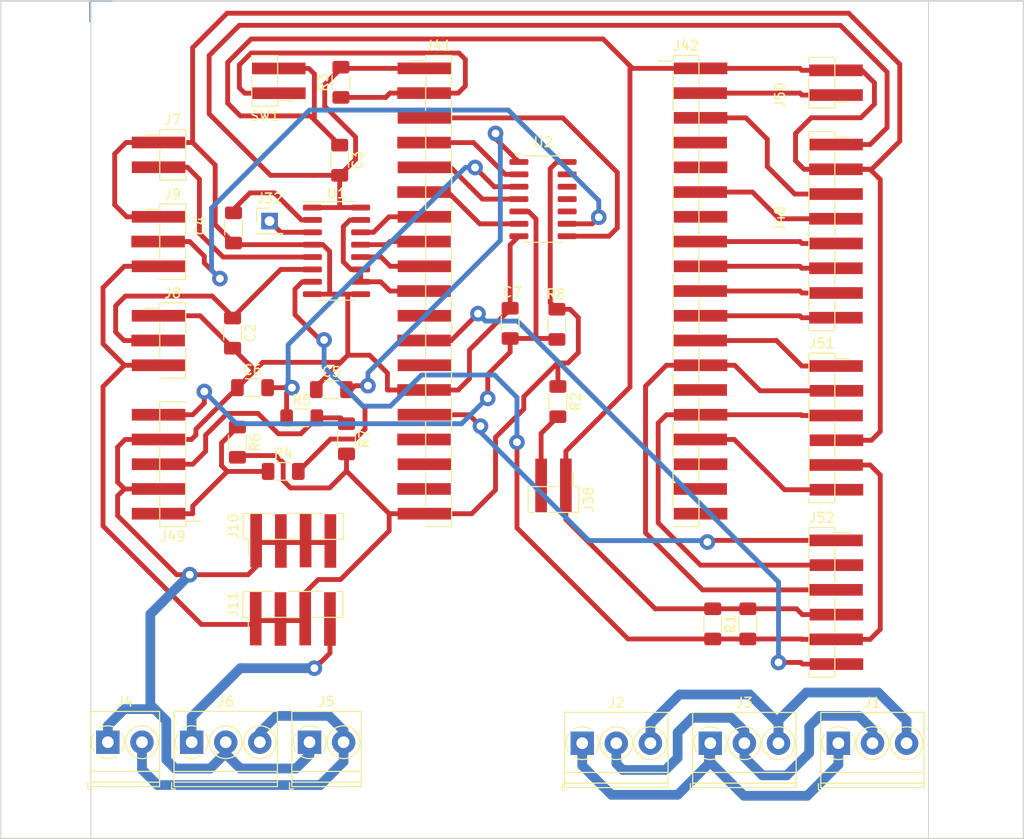
<source format=kicad_pcb>
(kicad_pcb (version 20240108) (generator "pcbnew") (generator_version "8.0")
  (layers (0 "F.Cu" signal) (31 "B.Cu" signal) (34 "B.Paste" user) (35 "F.Paste" user) (36 "B.SilkS" user "B.Silkscreen") (37 "F.SilkS" user "F.Silkscreen") (38 "B.Mask" user) (39 "F.Mask" user) (44 "Edge.Cuts" user))
  (net 0 "")
  (net 1 "+5V")
  (net 2 "+3.3V")
  (net 3 "/wp_ctrl_lcd/IO12")
  (net 4 "/wp_ctrl_lcd/IO9")
  (net 5 "Net-(C5-Pad2)")
  (net 6 "/wp_ctrl_lcd/IO11")
  (net 7 "/wp_ctrl_lcd/IO36")
  (net 8 "/wp_ctrl_lcd/IO39")
  (net 9 "/wp_ctrl_lcd/IO34")
  (net 10 "/wp_ctrl_lcd/IO35")
  (net 11 "/wp_ctrl_lcd/IO32")
  (net 12 "/wp_ctrl_lcd/IO33")
  (net 13 "/wp_ctrl_lcd/IO25")
  (net 14 "/wp_ctrl_lcd/IO26")
  (net 15 "/wp_ctrl_lcd/IO27")
  (net 16 "/wp_ctrl_lcd/IO23")
  (net 17 "/wp_ctrl_lcd/CSL")
  (net 18 "/wp_ctrl_lcd/IO21")
  (net 19 "/wp_ctrl_lcd/EN_DV0")
  (net 20 "/wp_ctrl_lcd/EN_DV1")
  (net 21 "/wp_ctrl_lcd/IO5")
  (net 22 "/wp_ctrl_lcd/DCL")
  (net 23 "/wp_ctrl_lcd/IO2")
  (net 24 "/wp_ctrl_lcd/BLEDL")
  (net 25 "/wp_ctrl_lcd/EN_DV2")
  (net 26 "Net-(U1-CREF)")
  (net 27 "GND")
  (net 28 "/wp_ctrl_lcd/IO18")
  (net 29 "Net-(J4-Pin_2)")
  (net 30 "/wp_ctrl_lcd/EN_DV3")
  (net 31 "Net-(C6-Pad2)")
  (net 32 "/wp_ctrl_lcd/IO10")
  (net 33 "/wp_ctrl_lcd/IO4")
  (net 34 "Net-(J9-Pin_2)")
  (net 35 "/wp_ctrl_lcd/AC")
  (net 36 "/wp_ctrl_lcd/EARTH")
  (net 37 "/wp_ctrl_lcd/ACL")
  (net 38 "Net-(J51-Pin_5)")
  (net 39 "Net-(J8-Pin_2)")
  (net 40 "Net-(J49-Pin_5)")
  (net 41 "Net-(J11-Pin_4)")
  (net 42 "Net-(J7-Pin_2)")
  (net 43 "Net-(J32-Pin_1)")
  (net 44 "Net-(J38-Pin_2)")
  (net 45 "Net-(J41-Pin_2)")
  (net 53 "Net-(J49-Pin_3)")
  (net 54 "Net-(J49-Pin_1)")
  (footprint "Resistor_SMD:R_1206_3216Metric_Pad1.30x1.75mm_HandSolder" (layer "F.Cu") (at 171.8 59.1 90)
    (property "Reference" "R8")
    (property "Value" "10k")
  )
  (footprint "Library:PinHeader_1x02_P2.54mm_Vertical_SMD_Pin2Left" (layer "F.Cu") (at 199.005 34.29 180)
    (property "Reference" "J50")
    (property "Value" "PUMP_ON/OFF")
  )
  (footprint "Library:PinHeader_1x19_P2.54mm_Vertical_SMD_Pin2Left" (layer "F.Cu") (at 159.655 55.68)
    (property "Reference" "J41")
    (property "Value" "ESP32-1")
  )
  (footprint "Resistor_SMD:R_1206_3216Metric_Pad1.30x1.75mm_HandSolder" (layer "F.Cu") (at 139 71.2 -90)
    (property "Reference" "R6")
    (property "Value" "10k")
  )
  (footprint "Library:PinHeader_1x06_P2.54mm_Vertical_SMD_Pin2Right" (layer "F.Cu") (at 199.005 87.63)
    (property "Reference" "J52")
    (property "Value" "L298/2")
  )
  (footprint "Library:PinHeader_1x05_P2.54mm_Vertical_SMD_Pin2Right" (layer "F.Cu") (at 132.355 73.46 180)
    (property "Reference" "J49")
    (property "Value" "rotary_encoder")
  )
  (footprint "Library:PinHeader_1x03_P2.54mm_Vertical_SMD_Pin2Left" (layer "F.Cu") (at 132.355 50.6)
    (property "Reference" "J9")
    (property "Value" "flow_m")
  )
  (footprint "Resistor_SMD:R_1206_3216Metric_Pad1.30x1.75mm_HandSolder" (layer "F.Cu") (at 140.55 65.6)
    (property "Reference" "C6")
    (property "Value" "10n")
  )
  (footprint "Library:PinHeader_1x06_P2.54mm_Vertical_SMD_Pin2Right" (layer "F.Cu") (at 199.005 69.73)
    (property "Reference" "J51")
    (property "Value" "L298/1")
  )
  (footprint "TerminalBlock_Phoenix:TerminalBlock_Phoenix_PT-1,5-2-3.5-H_1x02_P3.50mm_Horizontal" (layer "F.Cu") (at 146.4 102)
    (property "Reference" "J5")
    (property "Value" "12VL298/2")
  )
  (footprint "Resistor_SMD:R_1206_3216Metric_Pad1.30x1.75mm_HandSolder" (layer "F.Cu") (at 150.2 70.85 -90)
    (property "Reference" "R7")
    (property "Value" "10k")
  )
  (footprint "Resistor_SMD:R_1206_3216Metric_Pad1.30x1.75mm_HandSolder" (layer "F.Cu") (at 138.6 49.2 90)
    (property "Reference" "C4")
    (property "Value" "100nF")
  )
  (footprint "TerminalBlock_Phoenix:TerminalBlock_Phoenix_PT-1,5-3-3.5-H_1x03_P3.50mm_Horizontal" (layer "F.Cu") (at 174.4 102.1)
    (property "Reference" "J2")
    (property "Value" "220V Adapt")
  )
  (footprint "Library:PinHeader_1x02_P2.54mm_Vertical_SMD_Pin2Left" (layer "F.Cu") (at 141.8 34.1 180)
    (property "Reference" "SW1")
    (property "Value" "reset")
  )
  (footprint "Library:PinHeader_1x02_P2.54mm_Vertical_SMD_Pin2Left" (layer "F.Cu") (at 132.355 41.7)
    (property "Reference" "J7")
    (property "Value" "ACS712")
  )
  (footprint "Library:PinHeader_1x08_P2.54mm_Vertical_SMD_Pin2Right" (layer "F.Cu") (at 199.005 49.53)
    (property "Reference" "J48")
    (property "Value" "LCD panel")
  )
  (footprint "Resistor_SMD:R_1206_3216Metric_Pad1.30x1.75mm_HandSolder" (layer "F.Cu") (at 148.65 65.8)
    (property "Reference" "C5")
    (property "Value" "10n")
  )
  (footprint "Resistor_SMD:R_1206_3216Metric_Pad1.30x1.75mm_HandSolder" (layer "F.Cu") (at 171.9 67.03 -90)
    (property "Reference" "R2")
    (property "Value" "1k")
  )
  (footprint "Package_SO:SO-14_3.9x8.65mm_P1.27mm" (layer "F.Cu") (at 170.375 46.24)
    (property "Reference" "U2")
    (property "Value" "74HC14")
  )
  (footprint "Resistor_SMD:R_1206_3216Metric_Pad1.30x1.75mm_HandSolder" (layer "F.Cu") (at 138.5 60 -90)
    (property "Reference" "C2")
    (property "Value" "100nF")
  )
  (footprint "Library:PinHeader_1x04_P2.54mm_Vertical_SMD_Pin2Left" (layer "F.Cu") (at 144.69 87.855 90)
    (property "Reference" "J11")
    (property "Value" "ext_5V")
  )
  (footprint "Library:PinHeader_1x03_P2.54mm_Vertical_SMD_Pin2Left" (layer "F.Cu") (at 132.355 60.76)
    (property "Reference" "J8")
    (property "Value" "p_sensor")
  )
  (footprint "Resistor_SMD:R_1206_3216Metric_Pad1.30x1.75mm_HandSolder" (layer "F.Cu") (at 145.6 68.7)
    (property "Reference" "R5")
    (property "Value" "10k")
  )
  (footprint "Resistor_SMD:R_1206_3216Metric_Pad1.30x1.75mm_HandSolder" (layer "F.Cu") (at 167 59 -90)
    (property "Reference" "C7")
    (property "Value" "100n")
  )
  (footprint "Resistor_SMD:R_1206_3216Metric_Pad1.30x1.75mm_HandSolder" (layer "F.Cu") (at 149.627 34.25 90)
    (property "Reference" "R3")
    (property "Value" "10k")
  )
  (footprint "Resistor_SMD:R_1206_3216Metric_Pad1.30x1.75mm_HandSolder" (layer "F.Cu") (at 143.7 74.2)
    (property "Reference" "R4")
    (property "Value" "10k")
  )
  (footprint "Library:PinHeader_1x19_P2.54mm_Vertical_SMD_Pin2RIGHT" (layer "F.Cu") (at 185.055 55.68)
    (property "Reference" "J42")
    (property "Value" "ESP32-2")
  )
  (footprint "TerminalBlock_Phoenix:TerminalBlock_Phoenix_PT-1,5-3-3.5-H_1x03_P3.50mm_Horizontal" (layer "F.Cu") (at 134.3 102)
    (property "Reference" "J6")
    (property "Value" "12VL298/1")
  )
  (footprint "Resistor_SMD:R_1206_3216Metric_Pad1.30x1.75mm_HandSolder" (layer "F.Cu") (at 191.4 89.85 90)
    (property "Reference" "C1")
    (property "Value" "100nF")
  )
  (footprint "Package_SO:SOIC-16_3.9x9.9mm_P1.27mm" (layer "F.Cu") (at 149.175 51.555)
    (property "Reference" "U1")
    (property "Value" "AD7811YRZ")
  )
  (footprint "Connector_PinHeader_2.54mm:PinHeader_1x01_P2.54mm_Vertical" (layer "F.Cu") (at 142.3 48.5)
    (property "Reference" "J32")
    (property "Value" "Vin1")
  )
  (footprint "TerminalBlock_Phoenix:TerminalBlock_Phoenix_PT-1,5-3-3.5-H_1x03_P3.50mm_Horizontal" (layer "F.Cu") (at 200.7 102.1)
    (property "Reference" "J1")
    (property "Value" "220V Line")
  )
  (footprint "Resistor_SMD:R_1206_3216Metric_Pad1.30x1.75mm_HandSolder" (layer "F.Cu") (at 187.8 89.85 -90)
    (property "Reference" "R1")
    (property "Value" "2")
  )
  (footprint "TerminalBlock_Phoenix:TerminalBlock_Phoenix_PT-1,5-2-3.5-H_1x02_P3.50mm_Horizontal" (layer "F.Cu") (at 125.7 102)
    (property "Reference" "J4")
    (property "Value" "12VAdapt")
  )
  (footprint "TerminalBlock_Phoenix:TerminalBlock_Phoenix_PT-1,5-3-3.5-H_1x03_P3.50mm_Horizontal" (layer "F.Cu") (at 187.55 102.1)
    (property "Reference" "J3")
    (property "Value" "220V Socket")
  )
  (footprint "Library:PinHeader_1x04_P2.54mm_Vertical_SMD_Pin2Left" (layer "F.Cu") (at 144.73 79.845 90)
    (property "Reference" "J10")
    (property "Value" "GND")
  )
  (footprint "Resistor_SMD:R_1206_3216Metric_Pad1.30x1.75mm_HandSolder" (layer "F.Cu") (at 149.5 42.25 -90)
    (property "Reference" "C3")
    (property "Value" "100nF")
  )
  (footprint "Library:PinHeader_1x02_P2.54mm_Vertical_SMD_Pin2Left" (layer "F.Cu") (at 171.45 77.085 -90)
    (property "Reference" "J38")
    (property "Value" "LED")
  )
  (gr_line (start 123.9 25.9) (end 123.9 26.9) (stroke (width 0.2)) (layer "F.Cu"))
  (gr_line (start 123.9 25.9) (end 125 25.9) (stroke (width 0.2)) (layer "F.Cu"))
  (gr_line (start 123.9 25.9) (end 126.1 25.9) (stroke (width 0.2)) (layer "B.Cu"))
  (gr_line (start 123.9 28) (end 123.9 25.9) (stroke (width 0.2)) (layer "B.Cu"))
  (gr_rect (start 114.7 25.9) (end 219.7 111.9) (stroke (width 0.15)) (fill none) (layer "Edge.Cuts"))
  (gr_rect (start 123.952 25.908) (end 209.952 111.908) (stroke (width 0.1)) (fill none) (layer "Edge.Cuts"))
  (segment (start 140.88 89.51) (end 145.96 89.51) (width 0.5) (layer "F.Cu") (net 1))
  (segment (start 139 72.75) (end 139.1777 72.5723) (width 0.5) (layer "F.Cu") (net 1))
  (segment (start 127.3983 53.14) (end 130.7 53.14) (width 0.5) (layer "F.Cu") (net 1))
  (segment (start 130.7 63.3) (end 127.3983 63.3) (width 0.5) (layer "F.Cu") (net 1))
  (segment (start 143.7 75.1344) (end 144.4595 75.8939) (width 0.5) (layer "F.Cu") (net 1))
  (segment (start 171.868858 63.065) (end 172.935 63.065) (width 0.5) (layer "F.Cu") (net 1))
  (segment (start 158 78.54) (end 163.06 78.54) (width 0.5) (layer "F.Cu") (net 1))
  (segment (start 172.85 42.43) (end 171.7962 42.43) (width 0.5) (layer "F.Cu") (net 1))
  (segment (start 171.7962 42.43) (end 171.1162 43.11) (width 0.5) (layer "F.Cu") (net 1))
  (segment (start 171.1162 56.8662) (end 171.8 57.55) (width 0.5) (layer "F.Cu") (net 1))
  (segment (start 127.3983 63.3) (end 125.202 65.4963) (width 0.5) (layer "F.Cu") (net 1))
  (segment (start 125.202 55.3363) (end 127.3983 53.14) (width 0.5) (layer "F.Cu") (net 1))
  (segment (start 154.5783 80.3049) (end 149.5832 85.3) (width 0.5) (layer "F.Cu") (net 1))
  (segment (start 148.4678 75.8939) (end 150.2 74.1617) (width 0.5) (layer "F.Cu") (net 1))
  (segment (start 171.9 63.096142) (end 171.868858 63.065) (width 0.5) (layer "F.Cu") (net 1))
  (segment (start 171.9 65.48) (end 171.9 63.096142) (width 0.5) (layer "F.Cu") (net 1))
  (segment (start 154.6983 78.54) (end 154.5783 78.54) (width 0.5) (layer "F.Cu") (net 1))
  (segment (start 125.202 65.4963) (end 125.202 79.802) (width 0.5) (layer "F.Cu") (net 1))
  (segment (start 171.1162 43.11) (end 171.1162 56.8662) (width 0.5) (layer "F.Cu") (net 1))
  (segment (start 174 62) (end 174 58.4) (width 0.5) (layer "F.Cu") (net 1))
  (segment (start 174 58.4) (end 173.15 57.55) (width 0.5) (layer "F.Cu") (net 1))
  (segment (start 154.5783 78.54) (end 154.5783 80.3049) (width 0.5) (layer "F.Cu") (net 1))
  (segment (start 143.7 73.3042) (end 143.7 75.1344) (width 0.5) (layer "F.Cu") (net 1))
  (segment (start 143.42 91.2387) (end 143.42 91.1008) (width 0.5) (layer "F.Cu") (net 1))
  (segment (start 149.5832 85.3) (end 147.3 85.3) (width 0.5) (layer "F.Cu") (net 1))
  (segment (start 142.9681 72.5723) (end 143.7 73.3042) (width 0.5) (layer "F.Cu") (net 1))
  (segment (start 165.5 70.7) (end 168.4 67.8) (width 0.5) (layer "F.Cu") (net 1))
  (segment (start 127.3983 63.3) (end 125.202 61.1037) (width 0.5) (layer "F.Cu") (net 1))
  (segment (start 163.06 78.54) (end 165.5 76.1) (width 0.5) (layer "F.Cu") (net 1))
  (segment (start 140.88 89.51) (end 140.88 89.9078) (width 0.5) (layer "F.Cu") (net 1))
  (segment (start 172.935 63.065) (end 174 62) (width 0.5) (layer "F.Cu") (net 1))
  (segment (start 165.5 76.1) (end 165.5 70.7) (width 0.5) (layer "F.Cu") (net 1))
  (segment (start 143.42 89.35) (end 143.42 91.1008) (width 0.5) (layer "F.Cu") (net 1))
  (segment (start 150.2 74.1617) (end 154.5783 78.54) (width 0.5) (layer "F.Cu") (net 1))
  (segment (start 147.3 85.3) (end 145.96 86.64) (width 0.5) (layer "F.Cu") (net 1))
  (segment (start 168.4 66.533858) (end 171.868858 63.065) (width 0.5) (layer "F.Cu") (net 1))
  (segment (start 158 78.54) (end 154.6983 78.54) (width 0.5) (layer "F.Cu") (net 1))
  (segment (start 125.202 79.802) (end 135.3078 89.9078) (width 0.5) (layer "F.Cu") (net 1))
  (segment (start 168.4 67.8) (end 168.4 66.533858) (width 0.5) (layer "F.Cu") (net 1))
  (segment (start 125.202 61.1037) (end 125.202 55.3363) (width 0.5) (layer "F.Cu") (net 1))
  (segment (start 139.1777 72.5723) (end 142.9681 72.5723) (width 0.5) (layer "F.Cu") (net 1))
  (segment (start 140.88 91.1608) (end 140.88 89.9078) (width 0.5) (layer "F.Cu") (net 1))
  (segment (start 145.96 86.64) (end 145.96 89.51) (width 0.5) (layer "F.Cu") (net 1))
  (segment (start 144.4595 75.8939) (end 148.4678 75.8939) (width 0.5) (layer "F.Cu") (net 1))
  (segment (start 135.3078 89.9078) (end 140.88 89.9078) (width 0.5) (layer "F.Cu") (net 1))
  (segment (start 150.2 72.4) (end 150.2 74.1617) (width 0.5) (layer "F.Cu") (net 1))
  (segment (start 173.15 57.55) (end 171.8 57.55) (width 0.5) (layer "F.Cu") (net 1))
  (segment (start 151.65 47.11) (end 149.5 47.11) (width 0.5) (layer "F.Cu") (net 2))
  (segment (start 205.7 33.2) (end 205.7 38.9017) (width 0.5) (layer "F.Cu") (net 2))
  (segment (start 146.7 47.11) (end 151.65 47.11) (width 0.5) (layer "F.Cu") (net 2))
  (segment (start 142.4 43.8) (end 136.1 37.5) (width 0.5) (layer "F.Cu") (net 2))
  (segment (start 139.2 28.4) (end 200.9 28.4) (width 0.5) (layer "F.Cu") (net 2))
  (segment (start 151.1313 39.8821) (end 151.1313 42.1687) (width 0.5) (layer "F.Cu") (net 2))
  (segment (start 149.627 32.82) (end 147.9628 34.4842) (width 0.5) (layer "F.Cu") (net 2))
  (segment (start 158 32.82) (end 154.6983 32.82) (width 0.5) (layer "F.Cu") (net 2))
  (segment (start 147.9628 36.7136) (end 151.1313 39.8821) (width 0.5) (layer "F.Cu") (net 2))
  (segment (start 203.9617 40.64) (end 200.66 40.64) (width 0.5) (layer "F.Cu") (net 2))
  (segment (start 149.5 47.11) (end 149.5 43.8) (width 0.5) (layer "F.Cu") (net 2))
  (segment (start 205.7 38.9017) (end 203.9617 40.64) (width 0.5) (layer "F.Cu") (net 2))
  (segment (start 136.1 31.5) (end 139.2 28.4) (width 0.5) (layer "F.Cu") (net 2))
  (segment (start 149.627 32.82) (end 154.6983 32.82) (width 0.5) (layer "F.Cu") (net 2))
  (segment (start 151.1313 42.1687) (end 149.5 43.8) (width 0.5) (layer "F.Cu") (net 2))
  (segment (start 136.1 37.5) (end 136.1 31.5) (width 0.5) (layer "F.Cu") (net 2))
  (segment (start 149.627 32.82) (end 149.627 32.7) (width 0.5) (layer "F.Cu") (net 2))
  (segment (start 149.5 43.8) (end 146.7 43.8) (width 0.5) (layer "F.Cu") (net 2))
  (segment (start 147.9628 34.4842) (end 147.9628 36.7136) (width 0.5) (layer "F.Cu") (net 2))
  (segment (start 146.7 43.8) (end 142.4 43.8) (width 0.5) (layer "F.Cu") (net 2))
  (segment (start 200.9 28.4) (end 205.7 33.2) (width 0.5) (layer "F.Cu") (net 2))
  (segment (start 151.0804 65.4) (end 150.645 65.8354) (width 0.5) (layer "F.Cu") (net 5))
  (segment (start 165.5 39.5) (end 165.5 40.03) (width 0.5) (layer "F.Cu") (net 5))
  (segment (start 150.645 65.8354) (end 150.2354 65.8354) (width 0.5) (layer "F.Cu") (net 5))
  (segment (start 152.1 67.7) (end 150.2 65.8) (width 0.5) (layer "F.Cu") (net 5))
  (segment (start 152.1 69.8605) (end 152.1 67.7) (width 0.5) (layer "F.Cu") (net 5))
  (segment (start 150.2354 65.8354) (end 150.2 65.8) (width 0.5) (layer "F.Cu") (net 5))
  (segment (start 148.5738 70.8762) (end 151.0843 70.8762) (width 0.5) (layer "F.Cu") (net 5))
  (segment (start 145.25 74.2) (end 148.5738 70.8762) (width 0.5) (layer "F.Cu") (net 5))
  (segment (start 165.5 40.03) (end 167.9 42.43) (width 0.5) (layer "F.Cu") (net 5))
  (segment (start 152.4 65.4) (end 151.0804 65.4) (width 0.5) (layer "F.Cu") (net 5))
  (segment (start 151.0843 70.8762) (end 152.1 69.8605) (width 0.5) (layer "F.Cu") (net 5))
  (via (at 152.4 65.4) (size 1.6) (drill 0.8) (layers "F.Cu" "B.Cu") (net 5))
  (via (at 165.5 39.5) (size 1.6) (drill 0.8) (layers "F.Cu" "B.Cu") (net 5))
  (segment (start 165.9911 39.9911) (end 165.5 39.5) (width 0.5) (layer "B.Cu") (net 5))
  (segment (start 152.4 64.0804) (end 165.9911 50.4893) (width 0.5) (layer "B.Cu") (net 5))
  (segment (start 152.4 65.4) (end 152.4 64.0804) (width 0.5) (layer "B.Cu") (net 5))
  (segment (start 165.9911 50.4893) (end 165.9911 39.9911) (width 0.5) (layer "B.Cu") (net 5))
  (segment (start 172.4 37.9) (end 178 43.5) (width 0.5) (layer "F.Cu") (net 7))
  (segment (start 178 43.5) (end 178 49.2) (width 0.5) (layer "F.Cu") (net 7))
  (segment (start 158 37.9) (end 172.4 37.9) (width 0.5) (layer "F.Cu") (net 7))
  (segment (start 177.15 50.05) (end 172.85 50.05) (width 0.5) (layer "F.Cu") (net 7))
  (segment (start 178 49.2) (end 177.15 50.05) (width 0.5) (layer "F.Cu") (net 7))
  (segment (start 163.24 40.44) (end 166.5 43.7) (width 0.5) (layer "F.Cu") (net 8))
  (segment (start 166.5 43.7) (end 167.9 43.7) (width 0.5) (layer "F.Cu") (net 8))
  (segment (start 158.16 40.44) (end 163.24 40.44) (width 0.5) (layer "F.Cu") (net 8))
  (segment (start 164.147968 46.24) (end 160.887968 42.98) (width 0.5) (layer "F.Cu") (net 9))
  (segment (start 160.887968 42.98) (end 158 42.98) (width 0.5) (layer "F.Cu") (net 9))
  (segment (start 167.9 46.24) (end 164.147968 46.24) (width 0.5) (layer "F.Cu") (net 9))
  (segment (start 158.16 45.52) (end 160.62 45.52) (width 0.5) (layer "F.Cu") (net 10))
  (segment (start 163.88 48.78) (end 167.9 48.78) (width 0.5) (layer "F.Cu") (net 10))
  (segment (start 160.62 45.52) (end 163.88 48.78) (width 0.5) (layer "F.Cu") (net 10))
  (segment (start 154.5656 48.06) (end 158 48.06) (width 0.5) (layer "F.Cu") (net 11))
  (segment (start 152.9756 49.65) (end 154.5656 48.06) (width 0.5) (layer "F.Cu") (net 11))
  (segment (start 151.65 49.65) (end 152.9756 49.65) (width 0.5) (layer "F.Cu") (net 11))
  (segment (start 151.65 50.92) (end 154.3383 50.92) (width 0.5) (layer "F.Cu") (net 12))
  (segment (start 154.3383 50.92) (end 154.6583 50.6) (width 0.5) (layer "F.Cu") (net 12))
  (segment (start 158.16 50.6) (end 154.6583 50.6) (width 0.5) (layer "F.Cu") (net 12))
  (segment (start 151.65 52.19) (end 153.7483 52.19) (width 0.5) (layer "F.Cu") (net 13))
  (segment (start 153.7483 52.19) (end 154.6983 53.14) (width 0.5) (layer "F.Cu") (net 13))
  (segment (start 158 53.14) (end 154.6983 53.14) (width 0.5) (layer "F.Cu") (net 13))
  (segment (start 151.65 53.46) (end 150.649 53.46) (width 0.5) (layer "F.Cu") (net 14))
  (segment (start 150.649 53.46) (end 149.8714 52.6824) (width 0.5) (layer "F.Cu") (net 14))
  (segment (start 153.7083 54.73) (end 154.6583 55.68) (width 0.5) (layer "F.Cu") (net 14))
  (segment (start 151.65 54.73) (end 153.7083 54.73) (width 0.5) (layer "F.Cu") (net 14))
  (segment (start 151.65 54.73) (end 151.65 53.46) (width 0.5) (layer "F.Cu") (net 14))
  (segment (start 149.8714 49.064) (end 150.5554 48.38) (width 0.5) (layer "F.Cu") (net 14))
  (segment (start 158.16 55.68) (end 154.6583 55.68) (width 0.5) (layer "F.Cu") (net 14))
  (segment (start 149.8714 52.6824) (end 149.8714 49.064) (width 0.5) (layer "F.Cu") (net 14))
  (segment (start 150.5554 48.38) (end 151.65 48.38) (width 0.5) (layer "F.Cu") (net 14))
  (segment (start 186.71 35.36) (end 196.7583 35.36) (width 0.5) (layer "F.Cu") (net 16))
  (segment (start 196.7583 35.36) (end 196.9583 35.56) (width 0.5) (layer "F.Cu") (net 16))
  (segment (start 200.66 35.56) (end 196.9583 35.56) (width 0.5) (layer "F.Cu") (net 16))
  (segment (start 196.22 45.72) (end 200.66 45.72) (width 0.5) (layer "F.Cu") (net 17))
  (segment (start 193.4 42.9) (end 196.22 45.72) (width 0.5) (layer "F.Cu") (net 17))
  (segment (start 191.2 37.9) (end 193.4 40.1) (width 0.5) (layer "F.Cu") (net 17))
  (segment (start 193.4 40.1) (end 193.4 42.9) (width 0.5) (layer "F.Cu") (net 17))
  (segment (start 186.55 37.9) (end 191.2 37.9) (width 0.5) (layer "F.Cu") (net 17))
  (segment (start 186.71 45.52) (end 191.8748 45.52) (width 0.5) (layer "F.Cu") (net 18))
  (segment (start 194.6148 48.26) (end 200.45 48.26) (width 0.5) (layer "F.Cu") (net 18))
  (segment (start 191.8748 45.52) (end 194.6148 48.26) (width 0.5) (layer "F.Cu") (net 18))
  (segment (start 186.71 60.76) (end 194.3383 60.76) (width 0.5) (layer "F.Cu") (net 19))
  (segment (start 194.3383 60.76) (end 196.9583 63.38) (width 0.5) (layer "F.Cu") (net 19))
  (segment (start 200.66 63.38) (end 196.9583 63.38) (width 0.5) (layer "F.Cu") (net 19))
  (segment (start 195.1717 76.08) (end 200.5 76.08) (width 0.5) (layer "F.Cu") (net 20))
  (segment (start 190.0117 70.92) (end 195.1717 76.08) (width 0.5) (layer "F.Cu") (net 20))
  (segment (start 186.71 70.92) (end 190.0117 70.92) (width 0.5) (layer "F.Cu") (net 20))
  (segment (start 186.71 55.68) (end 196.7583 55.68) (width 0.5) (layer "F.Cu") (net 21))
  (segment (start 196.7583 55.68) (end 196.9583 55.88) (width 0.5) (layer "F.Cu") (net 21))
  (segment (start 200.66 55.88) (end 196.9583 55.88) (width 0.5) (layer "F.Cu") (net 21))
  (segment (start 186.71 50.6) (end 196.7583 50.6) (width 0.5) (layer "F.Cu") (net 22))
  (segment (start 200.66 50.8) (end 196.9583 50.8) (width 0.5) (layer "F.Cu") (net 22))
  (segment (start 196.7583 50.6) (end 196.9583 50.8) (width 0.5) (layer "F.Cu") (net 22))
  (segment (start 186.5398 83.82) (end 200.5 83.82) (width 0.5) (layer "F.Cu") (net 23))
  (segment (start 182.2 79.4802) (end 186.5398 83.82) (width 0.5) (layer "F.Cu") (net 23))
  (segment (start 200.66 68.46) (end 196.9583 68.46) (width 0.5) (layer "F.Cu") (net 23))
  (segment (start 196.8783 68.38) (end 183.0483 68.38) (width 0.5) (layer "F.Cu") (net 23))
  (segment (start 196.9583 68.46) (end 196.8783 68.38) (width 0.5) (layer "F.Cu") (net 23))
  (segment (start 182.2 69.2283) (end 182.2 79.4802) (width 0.5) (layer "F.Cu") (net 23))
  (segment (start 183.0483 68.38) (end 182.2 69.2283) (width 0.5) (layer "F.Cu") (net 23))
  (segment (start 196.7483 58.22) (end 196.9483 58.42) (width 0.5) (layer "F.Cu") (net 24))
  (segment (start 200.45 58.42) (end 196.9483 58.42) (width 0.5) (layer "F.Cu") (net 24))
  (segment (start 186.55 58.22) (end 196.7483 58.22) (width 0.5) (layer "F.Cu") (net 24))
  (segment (start 163.953363 69.551487) (end 162.781876 68.38) (width 0.5) (layer "F.Cu") (net 25))
  (segment (start 187.42 81.28) (end 200.66 81.28) (width 0.5) (layer "F.Cu") (net 25))
  (segment (start 187.25 81.45) (end 187.42 81.28) (width 0.5) (layer "F.Cu") (net 25))
  (segment (start 162.781876 68.38) (end 158 68.38) (width 0.5) (layer "F.Cu") (net 25))
  (via (at 187.25 81.45) (size 1.6) (drill 0.8) (layers "F.Cu" "B.Cu") (net 25))
  (via (at 163.953363 69.551487) (size 1.6) (drill 0.8) (layers "F.Cu" "B.Cu") (net 25))
  (segment (start 175.0822 81.3) (end 163.953363 70.171163) (width 0.5) (layer "B.Cu") (net 25))
  (segment (start 163.953363 70.171163) (end 163.953363 69.551487) (width 0.5) (layer "B.Cu") (net 25))
  (segment (start 187.1 81.3) (end 175.0822 81.3) (width 0.5) (layer "B.Cu") (net 25))
  (segment (start 187.25 81.45) (end 187.1 81.3) (width 0.5) (layer "B.Cu") (net 25))
  (segment (start 142.8 45.6) (end 140.3 45.6) (width 0.5) (layer "F.Cu") (net 26))
  (segment (start 138.6 47.3) (end 138.6 47.65) (width 0.5) (layer "F.Cu") (net 26))
  (segment (start 146.7 48.38) (end 145.58 48.38) (width 0.5) (layer "F.Cu") (net 26))
  (segment (start 145.58 48.38) (end 142.8 45.6) (width 0.5) (layer "F.Cu") (net 26))
  (segment (start 140.3 45.6) (end 138.6 47.3) (width 0.5) (layer "F.Cu") (net 26))
  (segment (start 154.4 64.1) (end 152.57 62.27) (width 0.5) (layer "F.Cu") (net 27))
  (segment (start 148.4664 56) (end 148.4664 51.6058) (width 0.5) (layer "F.Cu") (net 27))
  (segment (start 205 70.1) (end 204.1 71) (width 0.5) (layer "F.Cu") (net 27))
  (segment (start 187.8 88.3) (end 181.8883 88.3) (width 0.5) (layer "F.Cu") (net 27))
  (segment (start 147.45 38.65) (end 146.5 37.7) (width 0.5) (layer "F.Cu") (net 27))
  (segment (start 201.758 27.158) (end 137.942 27.158) (width 0.5) (layer "F.Cu") (net 27))
  (segment (start 179.3 65.5483) (end 172.72 72.1283) (width 0.5) (layer "F.Cu") (net 27))
  (segment (start 149.92845 62.67155) (end 147.1 65.5) (width 0.5) (layer "F.Cu") (net 27))
  (segment (start 204.1 71) (end 200.5 71) (width 0.5) (layer "F.Cu") (net 27))
  (segment (start 138.6 50.75) (end 136.7204 48.8704) (width 0.5) (layer "F.Cu") (net 27))
  (segment (start 196.3983 88.3) (end 196.9983 88.9) (width 0.5) (layer "F.Cu") (net 27))
  (segment (start 167 57.45) (end 167 57.545515) (width 0.5) (layer "F.Cu") (net 27))
  (segment (start 138 32.2067) (end 140.4067 29.8) (width 0.5) (layer "F.Cu") (net 27))
  (segment (start 137.942 27.158) (end 134.4017 30.6983) (width 0.5) (layer "F.Cu") (net 27))
  (segment (start 147.7806 50.92) (end 146.7 50.92) (width 0.5) (layer "F.Cu") (net 27))
  (segment (start 197.9119 37.8881) (end 196.3 39.5) (width 0.5) (layer "F.Cu") (net 27))
  (segment (start 127.6292 48.06) (end 126.4 46.8308) (width 0.5) (layer "F.Cu") (net 27))
  (segment (start 203.0119 37.8881) (end 197.9119 37.8881) (width 0.5) (layer "F.Cu") (net 27))
  (segment (start 126.7 71.7) (end 126.7 75.2959) (width 0.5) (layer "F.Cu") (net 27))
  (segment (start 167.9 50.05) (end 167 50.95) (width 0.5) (layer "F.Cu") (net 27))
  (segment (start 139.3 37.7) (end 138 36.4) (width 0.5) (layer "F.Cu") (net 27))
  (segment (start 127.57 40.43) (end 130.7 40.43) (width 0.5) (layer "F.Cu") (net 27))
  (segment (start 135.17 58.22) (end 138.5 61.55) (width 0.5) (layer "F.Cu") (net 27))
  (segment (start 140.4067 29.8) (end 176.5402 29.8) (width 0.5) (layer "F.Cu") (net 27))
  (segment (start 179.5602 32.82) (end 196.7483 32.82) (width 0.5) (layer "F.Cu") (net 27))
  (segment (start 146 81.5) (end 146 83.1508) (width 0.5) (layer "F.Cu") (net 27))
  (segment (start 150.33 56) (end 150.33 62.27) (width 0.5) (layer "F.Cu") (net 27))
  (segment (start 149.92845 62.67155) (end 149.6 63) (width 0.5) (layer "F.Cu") (net 27))
  (segment (start 148.4664 51.6058) (end 147.7806 50.92) (width 0.5) (layer "F.Cu") (net 27))
  (segment (start 187.8 88.3) (end 191.4 88.3) (width 0.5) (layer "F.Cu") (net 27))
  (segment (start 179.0701 32.3299) (end 179.3 32.5598) (width 0.5) (layer "F.Cu") (net 27))
  (segment (start 146 83.1508) (end 146 83.231) (width 0.5) (layer "F.Cu") (net 27))
  (segment (start 140.6288 63.6788) (end 140.6288 63.9712) (width 0.5) (layer "F.Cu") (net 27))
  (segment (start 162.821035 64.680665) (end 161.6617 65.84) (width 0.5) (layer "F.Cu") (net 27))
  (segment (start 138.77 50.92) (end 146.7 50.92) (width 0.5) (layer "F.Cu") (net 27))
  (segment (start 167 57.545515) (end 162.821035 61.72448) (width 0.5) (layer "F.Cu") (net 27))
  (segment (start 134.4017 30.6983) (end 134.4017 40.43) (width 0.5) (layer "F.Cu") (net 27))
  (segment (start 130.7 70.92) (end 134.28 70.92) (width 0.5) (layer "F.Cu") (net 27))
  (segment (start 127.4041 76) (end 126.7 76.7041) (width 0.5) (layer "F.Cu") (net 27))
  (segment (start 141.6 63) (end 140.6288 63.9712) (width 0.5) (layer "F.Cu") (net 27))
  (segment (start 191.4 88.3) (end 196.3983 88.3) (width 0.5) (layer "F.Cu") (net 27))
  (segment (start 126.7 75.2959) (end 127.4041 76) (width 0.5) (layer "F.Cu") (net 27))
  (segment (start 147.1 65.5) (end 147.1 65.8) (width 0.5) (layer "F.Cu") (net 27))
  (segment (start 146.7 56) (end 148.4664 56) (width 0.5) (layer "F.Cu") (net 27))
  (segment (start 146.9 33.4) (end 146.9 38.1) (width 0.5) (layer "F.Cu") (net 27))
  (segment (start 196.7483 32.82) (end 196.9483 33.02) (width 0.5) (layer "F.Cu") (net 27))
  (segment (start 134.735799 69.864201) (end 139 65.6) (width 0.5) (layer "F.Cu") (net 27))
  (segment (start 146.9 38.1) (end 149.5 40.7) (width 0.5) (layer "F.Cu") (net 27))
  (segment (start 146.5 37.7) (end 139.3 37.7) (width 0.5) (layer "F.Cu") (net 27))
  (segment (start 134.28 70.92) (end 134.735799 70.464201) (width 0.5) (layer "F.Cu") (net 27))
  (segment (start 203.0403 43.18) (end 204.12 43.18) (width 0.5) (layer "F.Cu") (net 27))
  (segment (start 138 36.4) (end 138 32.2067) (width 0.5) (layer "F.Cu") (net 27))
  (segment (start 130.7 58.22) (end 135.17 58.22) (width 0.5) (layer "F.Cu") (net 27))
  (segment (start 130.7 70.92) (end 127.48 70.92) (width 0.5) (layer "F.Cu") (net 27))
  (segment (start 126.7 76.7041) (end 126.7 78.7431) (width 0.5) (layer "F.Cu") (net 27))
  (segment (start 197.18 43.18) (end 203.0403 43.18) (width 0.5) (layer "F.Cu") (net 27))
  (segment (start 136.7204 42.7487) (end 134.4017 40.43) (width 0.5) (layer "F.Cu") (net 27))
  (segment (start 149.6 63) (end 141.6 63) (width 0.5) (layer "F.Cu") (net 27))
  (segment (start 127.48 70.92) (end 126.7 71.7) (width 0.5) (layer "F.Cu") (net 27))
  (segment (start 179.3 32.5598) (end 179.3 65.5483) (width 0.5) (layer "F.Cu") (net 27))
  (segment (start 172.72 75.43) (end 172.72 79.1317) (width 0.5) (layer "F.Cu") (net 27))
  (segment (start 152.57 62.27) (end 150.33 62.27) (width 0.5) (layer "F.Cu") (net 27))
  (segment (start 126.7 78.7431) (end 132.7586 84.8017) (width 0.5) (layer "F.Cu") (net 27))
  (segment (start 167 50.95) (end 167 57.45) (width 0.5) (layer "F.Cu") (net 27))
  (segment (start 181.8883 88.3) (end 172.72 79.1317) (width 0.5) (layer "F.Cu") (net 27))
  (segment (start 140.92 81.5) (end 148.6 81.5) (width 0.5) (layer "F.Cu") (net 27))
  (segment (start 150.33 62.27) (end 149.92845 62.67155) (width 0.5) (layer "F.Cu") (net 27))
  (segment (start 204.12 43.18) (end 207 40.3) (width 0.5) (layer "F.Cu") (net 27))
  (segment (start 205 44.2283) (end 205 70.1) (width 0.5) (layer "F.Cu") (net 27))
  (segment (start 196.9483 33.02) (end 203.12 33.02) (width 0.5) (layer "F.Cu") (net 27))
  (segment (start 127.4098 76) (end 127.4041 76) (width 0.5) (layer "F.Cu") (net 27))
  (segment (start 172.72 72.1283) (end 172.72 75.43) (width 0.5) (layer "F.Cu") (net 27))
  (segment (start 130.7 48.06) (end 127.6292 48.06) (width 0.5) (layer "F.Cu") (net 27))
  (segment (start 203.12 33.02) (end 204.4 34.3) (width 0.5) (layer "F.Cu") (net 27))
  (segment (start 130.7 76) (end 127.4098 76) (width 0.5) (layer "F.Cu") (net 27))
  (segment (start 148.54 81.34) (end 148.54 82.2617) (width 0.5) (layer "F.Cu") (net 27))
  (segment (start 150.33 56) (end 151.65 56) (width 0.5) (layer "F.Cu") (net 27))
  (segment (start 140.92 83.98) (end 140.0983 84.8017) (width 0.5) (layer "F.Cu") (net 27))
  (segment (start 134.735799 70.464201) (end 134.735799 69.864201) (width 0.5) (layer "F.Cu") (net 27))
  (segment (start 162.821035 61.72448) (end 162.821035 64.680665) (width 0.5) (layer "F.Cu") (net 27))
  (segment (start 132.7586 84.8017) (end 134.1097 84.8017) (width 0.5) (layer "F.Cu") (net 27))
  (segment (start 207 40.3) (end 207 32.4) (width 0.5) (layer "F.Cu") (net 27))
  (segment (start 143.245 32.83) (end 146.33 32.83) (width 0.5) (layer "F.Cu") (net 27))
  (segment (start 204.4 34.3) (end 204.4 36.5) (width 0.5) (layer "F.Cu") (net 27))
  (segment (start 136.7204 48.8704) (end 136.7204 42.7487) (width 0.5) (layer "F.Cu") (net 27))
  (segment (start 203.9517 43.18) (end 205 44.2283) (width 0.5) (layer "F.Cu") (net 27))
  (segment (start 140.0983 84.8017) (end 134.1097 84.8017) (width 0.5) (layer "F.Cu") (net 27))
  (segment (start 207 32.4) (end 201.758 27.158) (width 0.5) (layer "F.Cu") (net 27))
  (segment (start 176.5402 29.8) (end 179.5602 32.82) (width 0.5) (layer "F.Cu") (net 27))
  (segment (start 148.4664 56) (end 150.33 56) (width 0.5) (layer "F.Cu") (net 27))
  (segment (start 126.4 46.8308) (end 126.4 41.6) (width 0.5) (layer "F.Cu") (net 27))
  (segment (start 126.4 41.6) (end 127.57 40.43) (width 0.5) (layer "F.Cu") (net 27))
  (segment (start 200.5 88.9) (end 196.9983 88.9) (width 0.5) (layer "F.Cu") (net 27))
  (segment (start 130.7 40.43) (end 134.4017 40.43) (width 0.5) (layer "F.Cu") (net 27))
  (segment (start 203.0403 43.18) (end 203.9517 43.18) (width 0.5) (layer "F.Cu") (net 27))
  (segment (start 154.4 65.84) (end 154.4 64.1) (width 0.5) (layer "F.Cu") (net 27))
  (segment (start 140.6288 63.9712) (end 139 65.6) (width 0.5) (layer "F.Cu") (net 27))
  (segment (start 138.6 50.75) (end 138.77 50.92) (width 0.5) (layer "F.Cu") (net 27))
  (segment (start 146.33 32.83) (end 146.9 33.4) (width 0.5) (layer "F.Cu") (net 27))
  (segment (start 196.3 42.3) (end 197.18 43.18) (width 0.5) (layer "F.Cu") (net 27))
  (segment (start 138.5 61.55) (end 140.6288 63.6788) (width 0.5) (layer "F.Cu") (net 27))
  (segment (start 161.6617 65.84) (end 154.4 65.84) (width 0.5) (layer "F.Cu") (net 27))
  (segment (start 140.92 81.5) (end 140.92 83.98) (width 0.5) (layer "F.Cu") (net 27))
  (segment (start 204.4 36.5) (end 203.0119 37.8881) (width 0.5) (layer "F.Cu") (net 27))
  (segment (start 196.3 39.5) (end 196.3 42.3) (width 0.5) (layer "F.Cu") (net 27))
  (via (at 134.1097 84.8017) (size 1.6) (drill 0.8) (layers "F.Cu" "B.Cu") (net 27))
  (segment (start 127.4 98.6) (end 130.5 98.6) (width 1) (layer "B.Cu") (net 27))
  (segment (start 146.4 103.3) (end 146.4 102) (width 1) (layer "B.Cu") (net 27))
  (segment (start 130.058 88.8534) (end 130.058 98.158) (width 1) (layer "B.Cu") (net 27))
  (segment (start 132.6 104.7) (end 136.2 104.7) (width 1) (layer "B.Cu") (net 27))
  (segment (start 130.058 98.158) (end 131.7 99.8) (width 1) (layer "B.Cu") (net 27))
  (segment (start 137.8 103.2) (end 139.3 104.7) (width 1) (layer "B.Cu") (net 27))
  (segment (start 131.7 99.8) (end 131.7 103.8) (width 1) (layer "B.Cu") (net 27))
  (segment (start 131.7 103.8) (end 132.6 104.7) (width 1) (layer "B.Cu") (net 27))
  (segment (start 145 104.7) (end 146.4 103.3) (width 1) (layer "B.Cu") (net 27))
  (segment (start 137.8 103.1) (end 137.8 102) (width 1) (layer "B.Cu") (net 27))
  (segment (start 125.7 100.3) (end 127.4 98.6) (width 1) (layer "B.Cu") (net 27))
  (segment (start 125.7 102) (end 125.7 100.3) (width 1) (layer "B.Cu") (net 27))
  (segment (start 130.5 98.6) (end 130.6 98.7) (width 1) (layer "B.Cu") (net 27))
  (segment (start 134.1097 84.8017) (end 130.058 88.8534) (width 1) (layer "B.Cu") (net 27))
  (segment (start 139.3 104.7) (end 145 104.7) (width 1) (layer "B.Cu") (net 27))
  (segment (start 136.2 104.7) (end 137.8 103.1) (width 1) (layer "B.Cu") (net 27))
  (segment (start 137.8 102) (end 137.8 103.2) (width 1) (layer "B.Cu") (net 27))
  (segment (start 186.55 53.14) (end 196.7483 53.14) (width 0.5) (layer "F.Cu") (net 28))
  (segment (start 196.7483 53.14) (end 196.9483 53.34) (width 0.5) (layer "F.Cu") (net 28))
  (segment (start 200.45 53.34) (end 196.9483 53.34) (width 0.5) (layer "F.Cu") (net 28))
  (segment (start 149.9 104) (end 149.9 102) (width 1) (layer "B.Cu") (net 29))
  (segment (start 141.3 101) (end 141.3 102) (width 1) (layer "B.Cu") (net 29))
  (segment (start 129.2 104.8) (end 130.8 106.4) (width 1) (layer "B.Cu") (net 29))
  (segment (start 149.9 100.8) (end 148.4 99.3) (width 1) (layer "B.Cu") (net 29))
  (segment (start 149.9 102) (end 149.9 100.8) (width 1) (layer "B.Cu") (net 29))
  (segment (start 143 99.3) (end 141.3 101) (width 1) (layer "B.Cu") (net 29))
  (segment (start 148.4 99.3) (end 143 99.3) (width 1) (layer "B.Cu") (net 29))
  (segment (start 129.2 102) (end 129.2 104.8) (width 1) (layer "B.Cu") (net 29))
  (segment (start 147.5 106.4) (end 149.9 104) (width 1) (layer "B.Cu") (net 29))
  (segment (start 130.8 106.4) (end 147.5 106.4) (width 1) (layer "B.Cu") (net 29))
  (segment (start 194.5522 93.8085) (end 196.8268 93.8085) (width 0.5) (layer "F.Cu") (net 30))
  (segment (start 200.5 93.98) (end 196.9983 93.98) (width 0.5) (layer "F.Cu") (net 30))
  (segment (start 196.8268 93.8085) (end 196.9983 93.98) (width 0.5) (layer "F.Cu") (net 30))
  (segment (start 163.7 58) (end 160.94 60.76) (width 0.5) (layer "F.Cu") (net 30))
  (segment (start 160.94 60.76) (end 158.16 60.76) (width 0.5) (layer "F.Cu") (net 30))
  (via (at 163.7 58) (size 1.6) (drill 0.8) (layers "F.Cu" "B.Cu") (net 30))
  (via (at 194.5522 93.8085) (size 1.6) (drill 0.8) (layers "F.Cu" "B.Cu") (net 30))
  (segment (start 164.4676 58.7676) (end 167.7676 58.7676) (width 0.5) (layer "B.Cu") (net 30))
  (segment (start 163.7 58) (end 164.4676 58.7676) (width 0.5) (layer "B.Cu") (net 30))
  (segment (start 167.7676 58.7676) (end 194.5522 85.5522) (width 0.5) (layer "B.Cu") (net 30))
  (segment (start 194.5522 85.5522) (end 194.5522 93.8085) (width 0.5) (layer "B.Cu") (net 30))
  (segment (start 144.05 66.15) (end 144.05 68.7) (width 0.5) (layer "F.Cu") (net 31))
  (segment (start 142.1 65.6) (end 144.05 65.6) (width 0.5) (layer "F.Cu") (net 31))
  (segment (start 144.05 65.6) (end 144.6 65.6) (width 0.5) (layer "F.Cu") (net 31))
  (segment (start 163.4 43) (end 165.37 44.97) (width 0.5) (layer "F.Cu") (net 31))
  (segment (start 144.6 65.6) (end 144.05 66.15) (width 0.5) (layer "F.Cu") (net 31))
  (segment (start 165.37 44.97) (end 167.9 44.97) (width 0.5) (layer "F.Cu") (net 31))
  (via (at 163.4 43) (size 1.6) (drill 0.8) (layers "F.Cu" "B.Cu") (net 31))
  (via (at 144.6 65.6) (size 1.6) (drill 0.8) (layers "F.Cu" "B.Cu") (net 31))
  (segment (start 144.6 65.6) (end 144.2109 65.2109) (width 0.5) (layer "B.Cu") (net 31))
  (segment (start 144.2109 61.1891) (end 162.4 43) (width 0.5) (layer "B.Cu") (net 31))
  (segment (start 144.2109 65.2109) (end 144.2109 61.1891) (width 0.5) (layer "B.Cu") (net 31))
  (segment (start 162.4 43) (end 163.4 43) (width 0.5) (layer "B.Cu") (net 31))
  (segment (start 192.6717 65.92) (end 190.0517 63.3) (width 0.5) (layer "F.Cu") (net 33))
  (segment (start 190.0517 63.3) (end 183.0483 63.3) (width 0.5) (layer "F.Cu") (net 33))
  (segment (start 200.5 65.92) (end 192.6717 65.92) (width 0.5) (layer "F.Cu") (net 33))
  (segment (start 180.9 80.5) (end 186.76 86.36) (width 0.5) (layer "F.Cu") (net 33))
  (segment (start 186.76 86.36) (end 200.66 86.36) (width 0.5) (layer "F.Cu") (net 33))
  (segment (start 180.9 65.4483) (end 180.9 80.5) (width 0.5) (layer "F.Cu") (net 33))
  (segment (start 183.0483 63.3) (end 180.9 65.4483) (width 0.5) (layer "F.Cu") (net 33))
  (segment (start 134.1 50.6) (end 130.86 50.6) (width 0.5) (layer "F.Cu") (net 34))
  (segment (start 135.6 52.8) (end 135.6 52.1) (width 0.5) (layer "F.Cu") (net 34))
  (segment (start 175.42 48.78) (end 172.85 48.78) (width 0.5) (layer "F.Cu") (net 34))
  (segment (start 137.2 54.4) (end 135.6 52.8) (width 0.5) (layer "F.Cu") (net 34))
  (segment (start 135.6 52.1) (end 134.1 50.6) (width 0.5) (layer "F.Cu") (net 34))
  (segment (start 176.1 48.1) (end 175.42 48.78) (width 0.5) (layer "F.Cu") (net 34))
  (via (at 137.2 54.4) (size 1.6) (drill 0.8) (layers "F.Cu" "B.Cu") (net 34))
  (via (at 176.1 48.1) (size 1.6) (drill 0.8) (layers "F.Cu" "B.Cu") (net 34))
  (segment (start 137.2 54.4) (end 136.3404 53.5404) (width 0.5) (layer "B.Cu") (net 34))
  (segment (start 136.3404 47.1596) (end 146.4 37.1) (width 0.5) (layer "B.Cu") (net 34))
  (segment (start 146.4 37.1) (end 166.8 37.1) (width 0.5) (layer "B.Cu") (net 34))
  (segment (start 176.1 46.4) (end 176.1 48.1) (width 0.5) (layer "B.Cu") (net 34))
  (segment (start 136.3404 53.5404) (end 136.3404 47.1596) (width 0.5) (layer "B.Cu") (net 34))
  (segment (start 166.8 37.1) (end 176.1 46.4) (width 0.5) (layer "B.Cu") (net 34))
  (segment (start 204.8 96.9) (end 197.4 96.9) (width 1) (layer "B.Cu") (net 35))
  (segment (start 207.7 102.1) (end 207.7 99.8) (width 1) (layer "B.Cu") (net 35))
  (segment (start 191.6 97.1) (end 184.4 97.1) (width 1) (layer "B.Cu") (net 35))
  (segment (start 194.55 102.1) (end 194.55 100.05) (width 1) (layer "B.Cu") (net 35))
  (segment (start 184.4 97.1) (end 181.4 100.1) (width 1) (layer "B.Cu") (net 35))
  (segment (start 194.55 99.75) (end 194.55 102.1) (width 1) (layer "B.Cu") (net 35))
  (segment (start 207.7 99.8) (end 204.8 96.9) (width 1) (layer "B.Cu") (net 35))
  (segment (start 197.4 96.9) (end 194.55 99.75) (width 1) (layer "B.Cu") (net 35))
  (segment (start 181.4 100.1) (end 181.4 102.1) (width 1) (layer "B.Cu") (net 35))
  (segment (start 194.55 100.05) (end 191.6 97.1) (width 1) (layer "B.Cu") (net 35))
  (segment (start 202.8 99.3) (end 198.8 99.3) (width 1) (layer "B.Cu") (net 36))
  (segment (start 197.7 103.1) (end 195.4 105.4) (width 1) (layer "B.Cu") (net 36))
  (segment (start 184.2 103.6) (end 184.2 101) (width 1) (layer "B.Cu") (net 36))
  (segment (start 185.7 99.5) (end 189.7 99.5) (width 1) (layer "B.Cu") (net 36))
  (segment (start 204.2 102.1) (end 204.2 100.7) (width 1) (layer "B.Cu") (net 36))
  (segment (start 195.4 105.4) (end 192.9 105.4) (width 1) (layer "B.Cu") (net 36))
  (segment (start 184.2 101) (end 185.7 99.5) (width 1) (layer "B.Cu") (net 36))
  (segment (start 182.9517 104.8483) (end 184.2 103.6) (width 1) (layer "B.Cu") (net 36))
  (segment (start 191.05 100.85) (end 191.05 102.1) (width 1) (layer "B.Cu") (net 36))
  (segment (start 204.2 100.7) (end 202.8 99.3) (width 1) (layer "B.Cu") (net 36))
  (segment (start 198.8 99.3) (end 197.7 100.4) (width 1) (layer "B.Cu") (net 36))
  (segment (start 191.05 103.55) (end 191.05 102.1) (width 1) (layer "B.Cu") (net 36))
  (segment (start 177.9 104.187577) (end 178.560723 104.8483) (width 1) (layer "B.Cu") (net 36))
  (segment (start 178.560723 104.8483) (end 182.9517 104.8483) (width 1) (layer "B.Cu") (net 36))
  (segment (start 192.9 105.4) (end 191.05 103.55) (width 1) (layer "B.Cu") (net 36))
  (segment (start 189.7 99.5) (end 191.05 100.85) (width 1) (layer "B.Cu") (net 36))
  (segment (start 177.9 102.1) (end 177.9 104.187577) (width 1) (layer "B.Cu") (net 36))
  (segment (start 197.7 100.4) (end 197.7 103.1) (width 1) (layer "B.Cu") (net 36))
  (segment (start 177.4 107.4) (end 184.2 107.4) (width 1) (layer "B.Cu") (net 37))
  (segment (start 197.5 107.5) (end 200.7 104.3) (width 1) (layer "B.Cu") (net 37))
  (segment (start 200.7 104.3) (end 200.7 102.1) (width 1) (layer "B.Cu") (net 37))
  (segment (start 187.55 102.1) (end 187.55 104.05) (width 1) (layer "B.Cu") (net 37))
  (segment (start 187.4 102.1) (end 187.55 102.1) (width 1) (layer "B.Cu") (net 37))
  (segment (start 184.2 107.4) (end 187.4 104.2) (width 1) (layer "B.Cu") (net 37))
  (segment (start 174.4 104.4) (end 177.4 107.4) (width 1) (layer "B.Cu") (net 37))
  (segment (start 191 107.5) (end 197.5 107.5) (width 1) (layer "B.Cu") (net 37))
  (segment (start 174.4 102.1) (end 174.4 104.4) (width 1) (layer "B.Cu") (net 37))
  (segment (start 187.4 104.2) (end 187.4 102.1) (width 1) (layer "B.Cu") (net 37))
  (segment (start 187.55 104.05) (end 191 107.5) (width 1) (layer "B.Cu") (net 37))
  (segment (start 147.5 60.7) (end 144.9084 58.1084) (width 0.5) (layer "F.Cu") (net 38))
  (segment (start 179.1 91.4) (end 187.8 91.4) (width 0.5) (layer "F.Cu") (net 38))
  (segment (start 145.6648 54.73) (end 146.7 54.73) (width 0.5) (layer "F.Cu") (net 38))
  (segment (start 203.9617 73.54) (end 200.66 73.54) (width 0.5) (layer "F.Cu") (net 38))
  (segment (start 203.9617 91.44) (end 205 90.4017) (width 0.5) (layer "F.Cu") (net 38))
  (segment (start 200.66 91.44) (end 203.9617 91.44) (width 0.5) (layer "F.Cu") (net 38))
  (segment (start 205 90.4017) (end 205 74.5783) (width 0.5) (layer "F.Cu") (net 38))
  (segment (start 191.4 91.4) (end 196.9183 91.4) (width 0.5) (layer "F.Cu") (net 38))
  (segment (start 144.9084 58.1084) (end 144.9084 55.4864) (width 0.5) (layer "F.Cu") (net 38))
  (segment (start 205 74.5783) (end 203.9617 73.54) (width 0.5) (layer "F.Cu") (net 38))
  (segment (start 196.9183 91.4) (end 196.9583 91.44) (width 0.5) (layer "F.Cu") (net 38))
  (segment (start 200.66 91.44) (end 196.9583 91.44) (width 0.5) (layer "F.Cu") (net 38))
  (segment (start 144.9084 55.4864) (end 145.6648 54.73) (width 0.5) (layer "F.Cu") (net 38))
  (segment (start 147.9 60.7) (end 147.5 60.7) (width 0.5) (layer "F.Cu") (net 38))
  (segment (start 167.7 71.2) (end 167.7 80) (width 0.5) (layer "F.Cu") (net 38))
  (segment (start 187.8 91.4) (end 191.4 91.4) (width 0.5) (layer "F.Cu") (net 38))
  (segment (start 167.7 80) (end 179.1 91.4) (width 0.5) (layer "F.Cu") (net 38))
  (via (at 167.7 71.2) (size 1.6) (drill 0.8) (layers "F.Cu" "B.Cu") (net 38))
  (via (at 147.9 60.7) (size 1.6) (drill 0.8) (layers "F.Cu" "B.Cu") (net 38))
  (segment (start 147.9 60.7) (end 147.9 63.5) (width 0.5) (layer "B.Cu") (net 38))
  (segment (start 147.9 63.5) (end 151.9 67.5) (width 0.5) (layer "B.Cu") (net 38))
  (segment (start 165.4 64.3) (end 167.7 66.6) (width 0.5) (layer "B.Cu") (net 38))
  (segment (start 154.7 67.5) (end 157.9 64.3) (width 0.5) (layer "B.Cu") (net 38))
  (segment (start 167.7 66.6) (end 167.7 71.2) (width 0.5) (layer "B.Cu") (net 38))
  (segment (start 157.9 64.3) (end 165.4 64.3) (width 0.5) (layer "B.Cu") (net 38))
  (segment (start 151.9 67.5) (end 154.7 67.5) (width 0.5) (layer "B.Cu") (net 38))
  (segment (start 138.6213 58.2875) (end 143.4488 53.46) (width 0.5) (layer "F.Cu") (net 39))
  (segment (start 127.5 56.2) (end 136.4125 56.2) (width 0.5) (layer "F.Cu") (net 39))
  (segment (start 126.5 57.2) (end 127.5 56.2) (width 0.5) (layer "F.Cu") (net 39))
  (segment (start 136.4125 56.2) (end 138.5 58.2875) (width 0.5) (layer "F.Cu") (net 39))
  (segment (start 138.5 58.2875) (end 138.6213 58.2875) (width 0.5) (layer "F.Cu") (net 39))
  (segment (start 138.5 58.2875) (end 138.5 58.45) (width 0.5) (layer "F.Cu") (net 39))
  (segment (start 143.4488 53.46) (end 146.7 53.46) (width 0.5) (layer "F.Cu") (net 39))
  (segment (start 130.86 60.76) (end 127.36 60.76) (width 0.5) (layer "F.Cu") (net 39))
  (segment (start 127.36 60.76) (end 126.5 59.9) (width 0.5) (layer "F.Cu") (net 39))
  (segment (start 126.5 59.9) (end 126.5 57.2) (width 0.5) (layer "F.Cu") (net 39))
  (segment (start 171.8 60.65) (end 171.7 60.55) (width 0.5) (layer "F.Cu") (net 40))
  (segment (start 169.6545 48.2775) (end 168.887 47.51) (width 0.5) (layer "F.Cu") (net 40))
  (segment (start 164.7 66.7) (end 164.7 64.248) (width 0.5) (layer "F.Cu") (net 40))
  (segment (start 171.7 60.55) (end 169.6545 60.55) (width 0.5) (layer "F.Cu") (net 40))
  (segment (start 164.7 64.248) (end 167 61.948) (width 0.5) (layer "F.Cu") (net 40))
  (segment (start 135.6 66) (end 135.6 67.1917) (width 0.5) (layer "F.Cu") (net 40))
  (segment (start 134.4117 68.38) (end 130.91 68.38) (width 0.5) (layer "F.Cu") (net 40))
  (segment (start 167 61.948) (end 167 60.55) (width 0.5) (layer "F.Cu") (net 40))
  (segment (start 168.887 47.51) (end 167.9 47.51) (width 0.5) (layer "F.Cu") (net 40))
  (segment (start 169.6545 60.55) (end 167 60.55) (width 0.5) (layer "F.Cu") (net 40))
  (segment (start 135.6 67.1917) (end 134.4117 68.38) (width 0.5) (layer "F.Cu") (net 40))
  (segment (start 169.6545 60.55) (end 169.6545 48.2775) (width 0.5) (layer "F.Cu") (net 40))
  (via (at 164.7 66.7) (size 1.6) (drill 0.8) (layers "F.Cu" "B.Cu") (net 40))
  (via (at 135.6 66) (size 1.6) (drill 0.8) (layers "F.Cu" "B.Cu") (net 40))
  (segment (start 138.9 69.3) (end 135.6 66) (width 0.5) (layer "B.Cu") (net 40))
  (segment (start 164.7 66.7) (end 164.612818 66.7) (width 0.5) (layer "B.Cu") (net 40))
  (segment (start 164.612818 66.7) (end 162.012818 69.3) (width 0.5) (layer "B.Cu") (net 40))
  (segment (start 162.012818 69.3) (end 138.9 69.3) (width 0.5) (layer "B.Cu") (net 40))
  (segment (start 146.9 94.4) (end 147.4915 93.8085) (width 0.5) (layer "F.Cu") (net 41))
  (segment (start 147.5432 93.8085) (end 148.5 92.8517) (width 0.5) (layer "F.Cu") (net 41))
  (segment (start 148.5 92.8517) (end 148.5 89.35) (width 0.5) (layer "F.Cu") (net 41))
  (segment (start 147.4915 93.8085) (end 147.5432 93.8085) (width 0.5) (layer "F.Cu") (net 41))
  (via (at 146.9 94.4) (size 1.6) (drill 0.8) (layers "F.Cu" "B.Cu") (net 41))
  (segment (start 139.3 94.4) (end 134.3 99.4) (width 1) (layer "B.Cu") (net 41))
  (segment (start 146.9 94.4) (end 139.3 94.4) (width 1) (layer "B.Cu") (net 41))
  (segment (start 134.3 99.4) (end 134.3 102) (width 1) (layer "B.Cu") (net 41))
  (segment (start 137.5292 52.19) (end 146.7 52.19) (width 0.5) (layer "F.Cu") (net 42))
  (segment (start 135.1 44.2) (end 135.1 49.7608) (width 0.5) (layer "F.Cu") (net 42))
  (segment (start 130.91 42.97) (end 133.87 42.97) (width 0.5) (layer "F.Cu") (net 42))
  (segment (start 133.87 42.97) (end 135.1 44.2) (width 0.5) (layer "F.Cu") (net 42))
  (segment (start 135.1 49.7608) (end 137.5292 52.19) (width 0.5) (layer "F.Cu") (net 42))
  (segment (start 143.45 49.65) (end 146.7 49.65) (width 0.5) (layer "F.Cu") (net 43))
  (segment (start 142.3 48.5) (end 143.45 49.65) (width 0.5) (layer "F.Cu") (net 43))
  (segment (start 171.9 68.58) (end 170.18 70.3) (width 0.5) (layer "F.Cu") (net 44))
  (segment (start 170.18 70.3) (end 170.18 75.74) (width 0.5) (layer "F.Cu") (net 44))
  (segment (start 139.7533 35.37) (end 139.2 34.8167) (width 0.5) (layer "F.Cu") (net 45))
  (segment (start 154.6583 35.36) (end 154.2183 35.8) (width 0.5) (layer "F.Cu") (net 45))
  (segment (start 154.2183 35.8) (end 149.627 35.8) (width 0.5) (layer "F.Cu") (net 45))
  (segment (start 161.7449 31.2449) (end 162.4 31.9) (width 0.5) (layer "F.Cu") (net 45))
  (segment (start 139.2 32.4582) (end 140.4133 31.2449) (width 0.5) (layer "F.Cu") (net 45))
  (segment (start 140.4133 31.2449) (end 161.7449 31.2449) (width 0.5) (layer "F.Cu") (net 45))
  (segment (start 161.6617 35.36) (end 154.6583 35.36) (width 0.5) (layer "F.Cu") (net 45))
  (segment (start 162.4 31.9) (end 162.4 34.6217) (width 0.5) (layer "F.Cu") (net 45))
  (segment (start 143.455 35.37) (end 139.7533 35.37) (width 0.5) (layer "F.Cu") (net 45))
  (segment (start 139.2 34.8167) (end 139.2 32.4582) (width 0.5) (layer "F.Cu") (net 45))
  (segment (start 162.4 34.6217) (end 161.6617 35.36) (width 0.5) (layer "F.Cu") (net 45))
  (segment (start 130.91 73.46) (end 134.4117 73.46) (width 0.5) (layer "F.Cu") (net 53))
  (segment (start 143.2051 70.3335) (end 141.1189 68.2473) (width 0.5) (layer "F.Cu") (net 53))
  (segment (start 135.7358 70.4713) (end 135.7358 72.1359) (width 0.5) (layer "F.Cu") (net 53))
  (segment (start 145.5165 70.3335) (end 143.2051 70.3335) (width 0.5) (layer "F.Cu") (net 53))
  (segment (start 150.2 69.3) (end 149.6 68.7) (width 0.5) (layer "F.Cu") (net 53))
  (segment (start 137.9598 68.2473) (end 135.7358 70.4713) (width 0.5) (layer "F.Cu") (net 53))
  (segment (start 149.6 68.7) (end 147.15 68.7) (width 0.5) (layer "F.Cu") (net 53))
  (segment (start 147.15 68.7) (end 145.5165 70.3335) (width 0.5) (layer "F.Cu") (net 53))
  (segment (start 141.1189 68.2473) (end 137.9598 68.2473) (width 0.5) (layer "F.Cu") (net 53))
  (segment (start 135.7358 72.1359) (end 134.4117 73.46) (width 0.5) (layer "F.Cu") (net 53))
  (segment (start 142.15 74.2) (end 137.9661 74.2) (width 0.5) (layer "F.Cu") (net 54))
  (segment (start 137.9661 74.2) (end 137.3688 73.6027) (width 0.5) (layer "F.Cu") (net 54))
  (segment (start 134.4117 77.7544) (end 137.9661 74.2) (width 0.5) (layer "F.Cu") (net 54))
  (segment (start 130.91 78.54) (end 134.4117 78.54) (width 0.5) (layer "F.Cu") (net 54))
  (segment (start 134.4117 78.54) (end 134.4117 77.7544) (width 0.5) (layer "F.Cu") (net 54))
  (segment (start 137.3688 71.2812) (end 139 69.65) (width 0.5) (layer "F.Cu") (net 54))
  (segment (start 137.3688 73.6027) (end 137.3688 71.2812) (width 0.5) (layer "F.Cu") (net 54))
)
</source>
